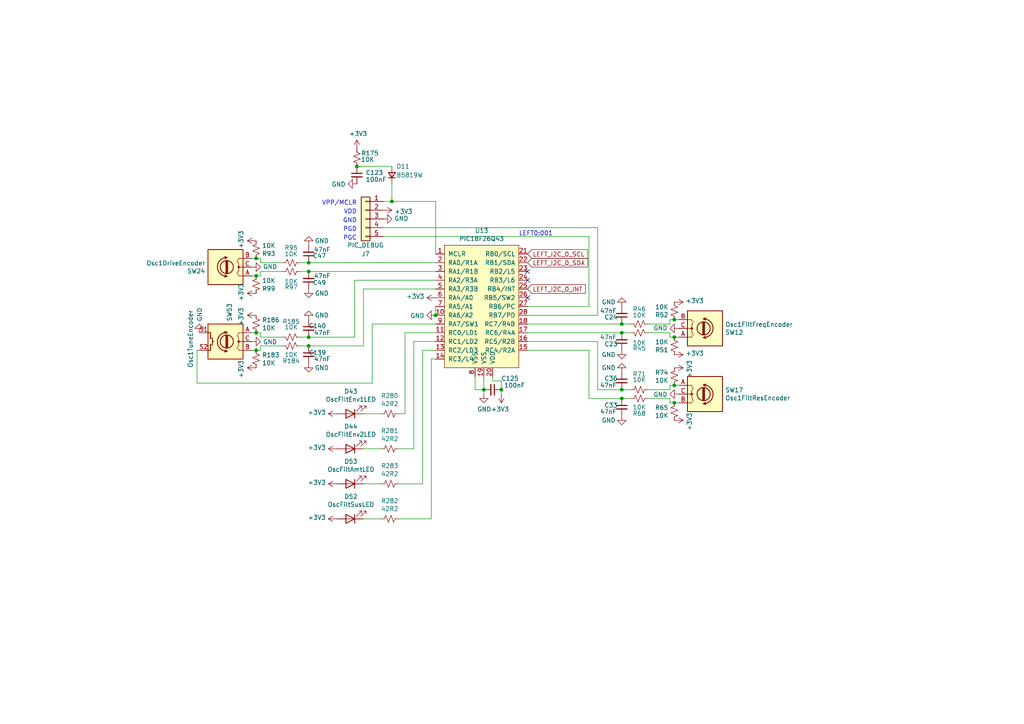
<source format=kicad_sch>
(kicad_sch (version 20210621) (generator eeschema)
  (paper "A4")
  (lib_symbols
    (symbol "Connector_Generic:Conn_01x05" (pin_names (offset 1.016) hide)
      (property "Reference" "J" (at 0 7.62 0))
      (property "Value" "Conn_01x05" (at 0 -7.62 0))
      (symbol "Conn_01x05_1_1"
        (rectangle (start -1.27 -4.953) (end 0 -5.207) (stroke (width 0.1524)))
        (rectangle (start -1.27 -2.413) (end 0 -2.667) (stroke (width 0.1524)))
        (rectangle (start -1.27 0.127) (end 0 -0.127) (stroke (width 0.1524)))
        (rectangle (start -1.27 2.667) (end 0 2.413) (stroke (width 0.1524)))
        (rectangle (start -1.27 5.207) (end 0 4.953) (stroke (width 0.1524)))
        (rectangle (start -1.27 6.35) (end 1.27 -6.35) (stroke (width 0.254)) (fill (type background)))
        (pin passive line (at -5.08 5.08 0) (length 3.81) (name "Pin_1") (number "1"))
        (pin passive line (at -5.08 2.54 0) (length 3.81) (name "Pin_2") (number "2"))
        (pin passive line (at -5.08 0 0) (length 3.81) (name "Pin_3") (number "3"))
        (pin passive line (at -5.08 -2.54 0) (length 3.81) (name "Pin_4") (number "4"))
        (pin passive line (at -5.08 -5.08 0) (length 3.81) (name "Pin_5") (number "5"))
      )
    )
    (symbol "Device:C_Small" (pin_numbers hide) (pin_names (offset 0.254) hide)
      (property "Reference" "C" (at 0.254 1.778 0))
      (property "Value" "C_Small" (at 0.254 -2.032 0))
      (symbol "C_Small_0_1"
        (polyline (pts (xy -1.524 -0.508) (xy 1.524 -0.508)) (stroke (width 0.3302)))
        (polyline (pts (xy -1.524 0.508) (xy 1.524 0.508)) (stroke (width 0.3048)))
      )
      (symbol "C_Small_1_1"
        (pin passive line (at 0 2.54 270) (length 2.032) (name "~") (number "1"))
        (pin passive line (at 0 -2.54 90) (length 2.032) (name "~") (number "2"))
      )
    )
    (symbol "Device:D_Small" (pin_numbers hide) (pin_names (offset 0.254) hide)
      (property "Reference" "D" (at -1.27 2.032 0))
      (property "Value" "D_Small" (at -3.81 -2.032 0))
      (symbol "D_Small_0_1"
        (polyline (pts (xy -0.762 -1.016) (xy -0.762 1.016)) (stroke (width 0.254)))
        (polyline (pts (xy -0.762 0) (xy 0.762 0)))
        (polyline (pts (xy 0.762 -1.016) (xy -0.762 0) (xy 0.762 1.016) (xy 0.762 -1.016)) (stroke (width 0.254)))
      )
      (symbol "D_Small_1_1"
        (pin passive line (at -2.54 0 0) (length 1.778) (name "K") (number "1"))
        (pin passive line (at 2.54 0 180) (length 1.778) (name "A") (number "2"))
      )
    )
    (symbol "Device:LED" (pin_numbers hide) (pin_names (offset 1.016) hide)
      (property "Reference" "D" (at 0 2.54 0))
      (property "Value" "LED" (at 0 -2.54 0))
      (symbol "LED_0_1"
        (polyline (pts (xy -1.27 -1.27) (xy -1.27 1.27)) (stroke (width 0.254)))
        (polyline (pts (xy -1.27 0) (xy 1.27 0)))
        (polyline (pts (xy 1.27 -1.27) (xy 1.27 1.27) (xy -1.27 0) (xy 1.27 -1.27)) (stroke (width 0.254)))
        (polyline (pts (xy -3.048 -0.762) (xy -4.572 -2.286) (xy -3.81 -2.286) (xy -4.572 -2.286) (xy -4.572 -1.524)))
        (polyline (pts (xy -1.778 -0.762) (xy -3.302 -2.286) (xy -2.54 -2.286) (xy -3.302 -2.286) (xy -3.302 -1.524)))
      )
      (symbol "LED_1_1"
        (pin passive line (at -3.81 0 0) (length 2.54) (name "K") (number "1"))
        (pin passive line (at 3.81 0 180) (length 2.54) (name "A") (number "2"))
      )
    )
    (symbol "Device:R_Small_US" (pin_numbers hide) (pin_names (offset 0.254) hide)
      (property "Reference" "R" (at 0.762 0.508 0))
      (property "Value" "R_Small_US" (at 0.762 -1.016 0))
      (symbol "R_Small_US_1_1"
        (polyline (pts (xy 0 0) (xy 1.016 -0.381) (xy 0 -0.762) (xy -1.016 -1.143) (xy 0 -1.524)))
        (polyline (pts (xy 0 1.524) (xy 1.016 1.143) (xy 0 0.762) (xy -1.016 0.381) (xy 0 0)))
        (pin passive line (at 0 2.54 270) (length 1.016) (name "~") (number "1"))
        (pin passive line (at 0 -2.54 90) (length 1.016) (name "~") (number "2"))
      )
    )
    (symbol "Device:RotaryEncoder" (pin_names (offset 0.254) hide)
      (property "Reference" "SW" (at 0 6.604 0))
      (property "Value" "RotaryEncoder" (at 0 -6.604 0))
      (symbol "RotaryEncoder_0_1"
        (arc (start -0.381 -2.794) (end -0.381 2.667) (radius (at -0.381 -0.0508) (length 2.7432) (angles -89.9 89.9)) (stroke (width 0.254)))
        (circle (center -0.381 0) (radius 1.905) (stroke (width 0.254)))
        (circle (center -3.81 0) (radius 0.254) (fill (type outline)))
        (rectangle (start -5.08 5.08) (end 5.08 -5.08) (stroke (width 0.254)) (fill (type background)))
        (polyline (pts (xy -0.635 -1.778) (xy -0.635 1.778)) (stroke (width 0.254)))
        (polyline (pts (xy -0.381 -1.778) (xy -0.381 1.778)) (stroke (width 0.254)))
        (polyline (pts (xy -0.127 1.778) (xy -0.127 -1.778)) (stroke (width 0.254)))
        (polyline (pts (xy -5.08 -2.54) (xy -3.81 -2.54) (xy -3.81 -2.032)))
        (polyline (pts (xy -5.08 2.54) (xy -3.81 2.54) (xy -3.81 2.032)))
        (polyline (pts (xy 0.254 -3.048) (xy -0.508 -2.794) (xy 0.127 -2.413)) (stroke (width 0.254)))
        (polyline (pts (xy 0.254 2.921) (xy -0.508 2.667) (xy 0.127 2.286)) (stroke (width 0.254)))
        (polyline (pts (xy -5.08 0) (xy -3.81 0) (xy -3.81 -1.016) (xy -3.302 -2.032)))
        (polyline (pts (xy -4.318 0) (xy -3.81 0) (xy -3.81 1.016) (xy -3.302 2.032)))
      )
      (symbol "RotaryEncoder_1_1"
        (pin passive line (at -7.62 2.54 0) (length 2.54) (name "A") (number "A"))
        (pin passive line (at -7.62 -2.54 0) (length 2.54) (name "B") (number "B"))
        (pin passive line (at -7.62 0 0) (length 2.54) (name "C") (number "C"))
      )
    )
    (symbol "Device:RotaryEncoder_Switch" (pin_names (offset 0.254) hide)
      (property "Reference" "SW" (at 0 6.604 0))
      (property "Value" "RotaryEncoder_Switch" (at 0 -6.604 0))
      (symbol "RotaryEncoder_Switch_0_1"
        (arc (start -0.381 -2.794) (end -0.381 2.667) (radius (at -0.381 -0.0508) (length 2.7432) (angles -89.9 89.9)) (stroke (width 0.254)))
        (circle (center -0.381 0) (radius 1.905) (stroke (width 0.254)))
        (circle (center 4.318 -1.016) (radius 0.127) (stroke (width 0.254)))
        (circle (center 4.318 1.016) (radius 0.127) (stroke (width 0.254)))
        (circle (center -3.81 0) (radius 0.254) (fill (type outline)))
        (rectangle (start -5.08 5.08) (end 5.08 -5.08) (stroke (width 0.254)) (fill (type background)))
        (polyline (pts (xy -0.635 -1.778) (xy -0.635 1.778)) (stroke (width 0.254)))
        (polyline (pts (xy -0.381 -1.778) (xy -0.381 1.778)) (stroke (width 0.254)))
        (polyline (pts (xy -0.127 1.778) (xy -0.127 -1.778)) (stroke (width 0.254)))
        (polyline (pts (xy 3.81 0) (xy 3.429 0)) (stroke (width 0.254)))
        (polyline (pts (xy 3.81 1.016) (xy 3.81 -1.016)) (stroke (width 0.254)))
        (polyline (pts (xy -5.08 -2.54) (xy -3.81 -2.54) (xy -3.81 -2.032)))
        (polyline (pts (xy -5.08 2.54) (xy -3.81 2.54) (xy -3.81 2.032)))
        (polyline (pts (xy 0.254 -3.048) (xy -0.508 -2.794) (xy 0.127 -2.413)) (stroke (width 0.254)))
        (polyline (pts (xy 0.254 2.921) (xy -0.508 2.667) (xy 0.127 2.286)) (stroke (width 0.254)))
        (polyline (pts (xy 5.08 -2.54) (xy 4.318 -2.54) (xy 4.318 -1.016)) (stroke (width 0.254)))
        (polyline (pts (xy 5.08 2.54) (xy 4.318 2.54) (xy 4.318 1.016)) (stroke (width 0.254)))
        (polyline (pts (xy -5.08 0) (xy -3.81 0) (xy -3.81 -1.016) (xy -3.302 -2.032)))
        (polyline (pts (xy -4.318 0) (xy -3.81 0) (xy -3.81 1.016) (xy -3.302 2.032)))
      )
      (symbol "RotaryEncoder_Switch_1_1"
        (pin passive line (at -7.62 2.54 0) (length 2.54) (name "A") (number "A"))
        (pin passive line (at -7.62 -2.54 0) (length 2.54) (name "B") (number "B"))
        (pin passive line (at -7.62 0 0) (length 2.54) (name "C") (number "C"))
        (pin passive line (at 7.62 2.54 180) (length 2.54) (name "S1") (number "S1"))
        (pin passive line (at 7.62 -2.54 180) (length 2.54) (name "S2") (number "S2"))
      )
    )
    (symbol "PIC18F26Q43:PIC18F26Q43" (pin_names (offset 1.016))
      (property "Reference" "U" (at -6.35 -1.27 0))
      (property "Value" "PIC18F26Q43" (at -6.35 -3.81 0))
      (symbol "PIC18F26Q43_0_1"
        (rectangle (start -17.78 -6.35) (end 3.81 -41.91) (fill (type background)))
      )
      (symbol "PIC18F26Q43_1_1"
        (pin input line (at -20.32 -8.89 0) (length 2.54) (name "MCLR") (number "1"))
        (pin input line (at -20.32 -26.67 0) (length 2.54) (name "RA6/A2") (number "10"))
        (pin output line (at -20.32 -31.75 0) (length 2.54) (name "RC0/LD1") (number "11"))
        (pin output line (at -20.32 -34.29 0) (length 2.54) (name "RC1/LD2") (number "12"))
        (pin output line (at -20.32 -36.83 0) (length 2.54) (name "RC2/LD3") (number "13"))
        (pin output line (at -20.32 -39.37 0) (length 2.54) (name "RC3/L4") (number "14"))
        (pin input line (at 6.35 -36.83 180) (length 2.54) (name "RC4/R2A") (number "15"))
        (pin input line (at 6.35 -34.29 180) (length 2.54) (name "RC5/R2B") (number "16"))
        (pin input line (at 6.35 -31.75 180) (length 2.54) (name "RC6/R4A") (number "17"))
        (pin input line (at 6.35 -29.21 180) (length 2.54) (name "RC7/R4B") (number "18"))
        (pin power_in line (at -6.35 -44.45 90) (length 2.54) (name "VSS") (number "19"))
        (pin input line (at -20.32 -11.43 0) (length 2.54) (name "RA0/R1A") (number "2"))
        (pin power_in line (at -3.81 -44.45 90) (length 2.54) (name "VDD") (number "20"))
        (pin input line (at 6.35 -8.89 180) (length 2.54) (name "RB0/SCL") (number "21"))
        (pin bidirectional line (at 6.35 -11.43 180) (length 2.54) (name "RB1/SDA") (number "22"))
        (pin output line (at 6.35 -13.97 180) (length 2.54) (name "RB2/L5") (number "23"))
        (pin output line (at 6.35 -16.51 180) (length 2.54) (name "RB3/L6") (number "24"))
        (pin bidirectional line (at 6.35 -19.05 180) (length 2.54) (name "RB4/INT") (number "25"))
        (pin output line (at 6.35 -21.59 180) (length 2.54) (name "RB5/SW2") (number "26"))
        (pin input line (at 6.35 -24.13 180) (length 2.54) (name "RB6/PC") (number "27"))
        (pin input line (at 6.35 -26.67 180) (length 2.54) (name "RB7/PD") (number "28"))
        (pin input line (at -20.32 -13.97 0) (length 2.54) (name "RA1/R1B") (number "3"))
        (pin input line (at -20.32 -16.51 0) (length 2.54) (name "RA2/R3A") (number "4"))
        (pin input line (at -20.32 -19.05 0) (length 2.54) (name "RA3/R3B") (number "5"))
        (pin input line (at -20.32 -21.59 0) (length 2.54) (name "RA4/A0") (number "6"))
        (pin input line (at -20.32 -24.13 0) (length 2.54) (name "RA5/A1") (number "7"))
        (pin power_in line (at -8.89 -44.45 90) (length 2.54) (name "VSS") (number "8"))
        (pin input line (at -20.32 -29.21 0) (length 2.54) (name "RA7/SW1") (number "9"))
      )
    )
    (symbol "power:+3.3V" (power) (pin_names (offset 0))
      (property "Value" "+3.3V" (at 0 3.556 0))
      (symbol "+3.3V_0_1"
        (polyline (pts (xy -0.762 1.27) (xy 0 2.54)))
        (polyline (pts (xy 0 0) (xy 0 2.54)))
        (polyline (pts (xy 0 2.54) (xy 0.762 1.27)))
      )
      (symbol "+3.3V_1_1"
        (pin power_in line (at 0 0 90) (length 0) hide (name "+3V3") (number "1"))
      )
    )
    (symbol "power:GND" (power) (pin_names (offset 0))
      (property "Value" "GND" (at 0 -3.81 0))
      (symbol "GND_0_1"
        (polyline (pts (xy 0 0) (xy 0 -1.27) (xy 1.27 -1.27) (xy 0 -2.54) (xy -1.27 -1.27) (xy 0 -1.27)))
      )
      (symbol "GND_1_1"
        (pin power_in line (at 0 0 270) (length 0) hide (name "GND") (number "1"))
      )
    )
  )
  (junction (at 74.295 74.93))
  (junction (at 74.295 80.01))
  (junction (at 74.295 96.52))
  (junction (at 74.295 101.6))
  (junction (at 89.535 76.2))
  (junction (at 89.535 78.74))
  (junction (at 89.535 97.79))
  (junction (at 89.535 100.33))
  (junction (at 103.505 48.26))
  (junction (at 113.665 58.42))
  (junction (at 126.365 91.44))
  (junction (at 140.335 113.03))
  (junction (at 145.415 113.03))
  (junction (at 180.34 93.98))
  (junction (at 180.34 96.52))
  (junction (at 180.34 113.03))
  (junction (at 180.34 115.57))
  (junction (at 195.58 92.71))
  (junction (at 195.58 97.79))
  (junction (at 195.58 111.76))
  (junction (at 195.58 116.84))
  (no_connect (at 153.035 78.74))
  (no_connect (at 153.035 81.28))
  (no_connect (at 153.035 86.36))
  (wire (pts (xy 57.15 101.6) (xy 57.15 111.125)))
  (wire (pts (xy 57.15 111.125) (xy 107.95 111.125)))
  (wire (pts (xy 57.785 101.6) (xy 57.15 101.6)))
  (wire (pts (xy 74.295 74.93) (xy 73.025 74.93)))
  (wire (pts (xy 74.295 80.01) (xy 73.025 80.01)))
  (wire (pts (xy 74.295 96.52) (xy 73.025 96.52)))
  (wire (pts (xy 74.295 101.6) (xy 73.025 101.6)))
  (wire (pts (xy 75.565 74.93) (xy 74.295 74.93)))
  (wire (pts (xy 75.565 76.2) (xy 75.565 74.93)))
  (wire (pts (xy 75.565 80.01) (xy 74.295 80.01)))
  (wire (pts (xy 75.565 80.01) (xy 75.565 78.74)))
  (wire (pts (xy 75.565 96.52) (xy 74.295 96.52)))
  (wire (pts (xy 75.565 96.52) (xy 75.565 97.79)))
  (wire (pts (xy 75.565 100.33) (xy 75.565 101.6)))
  (wire (pts (xy 75.565 101.6) (xy 74.295 101.6)))
  (wire (pts (xy 81.915 76.2) (xy 75.565 76.2)))
  (wire (pts (xy 81.915 78.74) (xy 75.565 78.74)))
  (wire (pts (xy 81.915 97.79) (xy 75.565 97.79)))
  (wire (pts (xy 81.915 100.33) (xy 75.565 100.33)))
  (wire (pts (xy 86.995 76.2) (xy 89.535 76.2)))
  (wire (pts (xy 86.995 78.74) (xy 89.535 78.74)))
  (wire (pts (xy 86.995 97.79) (xy 89.535 97.79)))
  (wire (pts (xy 86.995 100.33) (xy 89.535 100.33)))
  (wire (pts (xy 89.535 76.2) (xy 126.365 76.2)))
  (wire (pts (xy 89.535 78.74) (xy 126.365 78.74)))
  (wire (pts (xy 89.535 97.79) (xy 102.87 97.79)))
  (wire (pts (xy 89.535 100.33) (xy 105.41 100.33)))
  (wire (pts (xy 102.87 97.79) (xy 102.87 81.28)))
  (wire (pts (xy 103.505 48.26) (xy 113.665 48.26)))
  (wire (pts (xy 105.41 100.33) (xy 105.41 83.82)))
  (wire (pts (xy 105.41 120.015) (xy 110.49 120.015)))
  (wire (pts (xy 105.41 130.175) (xy 110.49 130.175)))
  (wire (pts (xy 105.41 140.335) (xy 110.49 140.335)))
  (wire (pts (xy 105.41 150.495) (xy 110.49 150.495)))
  (wire (pts (xy 107.95 93.98) (xy 126.365 93.98)))
  (wire (pts (xy 107.95 111.125) (xy 107.95 93.98)))
  (wire (pts (xy 111.125 58.42) (xy 113.665 58.42)))
  (wire (pts (xy 111.125 66.04) (xy 173.355 66.04)))
  (wire (pts (xy 113.665 58.42) (xy 113.665 53.34)))
  (wire (pts (xy 113.665 58.42) (xy 126.365 58.42)))
  (wire (pts (xy 115.57 120.015) (xy 117.475 120.015)))
  (wire (pts (xy 115.57 130.175) (xy 120.015 130.175)))
  (wire (pts (xy 115.57 140.335) (xy 122.555 140.335)))
  (wire (pts (xy 115.57 150.495) (xy 125.095 150.495)))
  (wire (pts (xy 117.475 96.52) (xy 126.365 96.52)))
  (wire (pts (xy 117.475 120.015) (xy 117.475 96.52)))
  (wire (pts (xy 120.015 99.06) (xy 126.365 99.06)))
  (wire (pts (xy 120.015 130.175) (xy 120.015 99.06)))
  (wire (pts (xy 122.555 140.335) (xy 122.555 101.6)))
  (wire (pts (xy 125.095 104.14) (xy 126.365 104.14)))
  (wire (pts (xy 125.095 150.495) (xy 125.095 104.14)))
  (wire (pts (xy 126.365 58.42) (xy 126.365 73.66)))
  (wire (pts (xy 126.365 81.28) (xy 102.87 81.28)))
  (wire (pts (xy 126.365 83.82) (xy 105.41 83.82)))
  (wire (pts (xy 126.365 91.44) (xy 126.365 88.9)))
  (wire (pts (xy 126.365 101.6) (xy 122.555 101.6)))
  (wire (pts (xy 137.795 109.22) (xy 137.795 113.03)))
  (wire (pts (xy 137.795 113.03) (xy 140.335 113.03)))
  (wire (pts (xy 140.335 109.22) (xy 140.335 113.03)))
  (wire (pts (xy 140.335 113.03) (xy 140.335 114.3)))
  (wire (pts (xy 142.875 109.22) (xy 142.875 110.49)))
  (wire (pts (xy 145.415 110.49) (xy 142.875 110.49)))
  (wire (pts (xy 145.415 110.49) (xy 145.415 113.03)))
  (wire (pts (xy 145.415 114.3) (xy 145.415 113.03)))
  (wire (pts (xy 153.035 88.9) (xy 170.815 88.9)))
  (wire (pts (xy 153.035 93.98) (xy 180.34 93.98)))
  (wire (pts (xy 153.035 96.52) (xy 180.34 96.52)))
  (wire (pts (xy 153.035 99.06) (xy 173.355 99.06)))
  (wire (pts (xy 170.815 68.58) (xy 111.125 68.58)))
  (wire (pts (xy 170.815 88.9) (xy 170.815 68.58)))
  (wire (pts (xy 170.815 101.6) (xy 153.035 101.6)))
  (wire (pts (xy 170.815 101.6) (xy 170.815 115.57)))
  (wire (pts (xy 170.815 115.57) (xy 180.34 115.57)))
  (wire (pts (xy 173.355 66.04) (xy 173.355 91.44)))
  (wire (pts (xy 173.355 91.44) (xy 153.035 91.44)))
  (wire (pts (xy 173.355 99.06) (xy 173.355 113.03)))
  (wire (pts (xy 173.355 113.03) (xy 180.34 113.03)))
  (wire (pts (xy 182.88 93.98) (xy 180.34 93.98)))
  (wire (pts (xy 182.88 96.52) (xy 180.34 96.52)))
  (wire (pts (xy 182.88 113.03) (xy 180.34 113.03)))
  (wire (pts (xy 182.88 115.57) (xy 180.34 115.57)))
  (wire (pts (xy 187.96 93.98) (xy 194.31 93.98)))
  (wire (pts (xy 187.96 96.52) (xy 194.31 96.52)))
  (wire (pts (xy 187.96 113.03) (xy 194.31 113.03)))
  (wire (pts (xy 187.96 115.57) (xy 194.31 115.57)))
  (wire (pts (xy 194.31 92.71) (xy 195.58 92.71)))
  (wire (pts (xy 194.31 93.98) (xy 194.31 92.71)))
  (wire (pts (xy 194.31 97.79) (xy 194.31 96.52)))
  (wire (pts (xy 194.31 97.79) (xy 195.58 97.79)))
  (wire (pts (xy 194.31 111.76) (xy 194.31 113.03)))
  (wire (pts (xy 194.31 111.76) (xy 195.58 111.76)))
  (wire (pts (xy 194.31 115.57) (xy 194.31 116.84)))
  (wire (pts (xy 194.31 116.84) (xy 195.58 116.84)))
  (wire (pts (xy 195.58 92.71) (xy 196.85 92.71)))
  (wire (pts (xy 195.58 97.79) (xy 196.85 97.79)))
  (wire (pts (xy 195.58 111.76) (xy 196.85 111.76)))
  (wire (pts (xy 195.58 116.84) (xy 196.85 116.84)))
  (text "VPP/MCLR" (at 103.505 59.69 180) (effects (font (size 1.27 1.27)) (justify right bottom)))
  (text "VDD" (at 103.505 62.23 180) (effects (font (size 1.27 1.27)) (justify right bottom)))
  (text "GND" (at 103.505 64.77 180) (effects (font (size 1.27 1.27)) (justify right bottom)))
  (text "PGD" (at 103.505 67.31 180) (effects (font (size 1.27 1.27)) (justify right bottom)))
  (text "PGC" (at 103.505 69.85 180) (effects (font (size 1.27 1.27)) (justify right bottom)))
  (text "LEFT0:001" (at 150.495 68.58 0) (effects (font (size 1.27 1.27)) (justify left bottom)))
  (global_label "LEFT_I2C_0_SCL" (shape input) (at 153.035 73.66 0) (property "Intersheet References" "${INTERSHEET_REFS}" (effects hide)))
  (global_label "LEFT_I2C_0_SDA" (shape input) (at 153.035 76.2 0) (property "Intersheet References" "${INTERSHEET_REFS}" (effects hide)))
  (global_label "LEFT_I2C_0_INT" (shape input) (at 153.035 83.82 0) (property "Intersheet References" "${INTERSHEET_REFS}" (effects hide)))
  (symbol (lib_id "power:+3.3V") (at 74.295 69.85 90) (unit 1)
    (property "Reference" "#PWR0127" (effects hide))
    (property "Value" "+3.3V" (at 69.9008 69.469 0))
  )
  (symbol (lib_id "power:+3.3V") (at 74.295 85.09 90) (unit 1)
    (property "Reference" "#PWR0129" (effects hide))
    (property "Value" "+3.3V" (at 69.9008 84.709 0))
  )
  (symbol (lib_id "power:+3.3V") (at 74.295 91.44 90) (mirror x) (unit 1)
    (property "Reference" "#PWR0114" (effects hide))
    (property "Value" "+3.3V" (at 69.9008 91.821 0))
  )
  (symbol (lib_id "power:+3.3V") (at 74.295 106.68 90) (mirror x) (unit 1)
    (property "Reference" "#PWR0113" (effects hide))
    (property "Value" "+3.3V" (at 69.9008 107.061 0))
  )
  (symbol (lib_id "power:+3.3V") (at 97.79 120.015 90) (unit 1)
    (property "Reference" "#PWR0640" (effects hide))
    (property "Value" "+3.3V" (at 94.5388 119.634 90) (effects (justify left)))
  )
  (symbol (lib_id "power:+3.3V") (at 97.79 130.175 90) (unit 1)
    (property "Reference" "#PWR0641" (effects hide))
    (property "Value" "+3.3V" (at 94.5388 129.794 90) (effects (justify left)))
  )
  (symbol (lib_id "power:+3.3V") (at 97.79 140.335 90) (unit 1)
    (property "Reference" "#PWR0643" (effects hide))
    (property "Value" "+3.3V" (at 94.5388 139.954 90) (effects (justify left)))
  )
  (symbol (lib_id "power:+3.3V") (at 97.79 150.495 90) (unit 1)
    (property "Reference" "#PWR0642" (effects hide))
    (property "Value" "+3.3V" (at 94.5388 150.114 90) (effects (justify left)))
  )
  (symbol (lib_id "power:+3.3V") (at 103.505 43.18 0) (unit 1)
    (property "Reference" "#PWR0111" (effects hide))
    (property "Value" "+3.3V" (at 103.886 38.7858 0))
  )
  (symbol (lib_id "power:+3.3V") (at 111.125 60.96 270) (unit 1)
    (property "Reference" "#PWR0160" (effects hide))
    (property "Value" "+3.3V" (at 114.3762 61.341 90) (effects (justify left)))
  )
  (symbol (lib_id "power:+3.3V") (at 126.365 86.36 90) (unit 1)
    (property "Reference" "#PWR0904" (effects hide))
    (property "Value" "+3.3V" (at 123.1138 85.979 90) (effects (justify left)))
  )
  (symbol (lib_id "power:+3.3V") (at 145.415 114.3 180) (unit 1)
    (property "Reference" "#PWR0112" (effects hide))
    (property "Value" "+3.3V" (at 145.034 118.6942 0))
  )
  (symbol (lib_id "power:+3.3V") (at 195.58 87.63 270) (mirror x) (unit 1)
    (property "Reference" "#PWR0115" (effects hide))
    (property "Value" "+3.3V" (at 198.8312 87.249 90) (effects (justify left)))
  )
  (symbol (lib_id "power:+3.3V") (at 195.58 102.87 270) (mirror x) (unit 1)
    (property "Reference" "#PWR0116" (effects hide))
    (property "Value" "+3.3V" (at 198.8312 102.489 90) (effects (justify left)))
  )
  (symbol (lib_id "power:+3.3V") (at 195.58 106.68 270) (unit 1)
    (property "Reference" "#PWR0126" (effects hide))
    (property "Value" "+3.3V" (at 199.9742 107.061 0))
  )
  (symbol (lib_id "power:+3.3V") (at 195.58 121.92 270) (unit 1)
    (property "Reference" "#PWR0120" (effects hide))
    (property "Value" "+3.3V" (at 199.9742 122.301 0))
  )
  (symbol (lib_id "power:GND") (at 57.785 96.52 0) (mirror x) (unit 1)
    (property "Reference" "#PWR0369" (effects hide))
    (property "Value" "GND" (at 57.912 93.2688 90) (effects (justify right)))
  )
  (symbol (lib_id "power:GND") (at 73.025 77.47 90) (unit 1)
    (property "Reference" "#PWR0164" (effects hide))
    (property "Value" "GND" (at 76.2762 77.343 90) (effects (justify right)))
  )
  (symbol (lib_id "power:GND") (at 73.025 99.06 90) (mirror x) (unit 1)
    (property "Reference" "#PWR0364" (effects hide))
    (property "Value" "GND" (at 76.2762 99.187 90) (effects (justify right)))
  )
  (symbol (lib_id "power:GND") (at 89.535 71.12 180) (unit 1)
    (property "Reference" "#PWR0162" (effects hide))
    (property "Value" "GND" (at 93.345 69.85 0))
  )
  (symbol (lib_id "power:GND") (at 89.535 83.82 0) (unit 1)
    (property "Reference" "#PWR0166" (effects hide))
    (property "Value" "GND" (at 93.345 85.09 0))
  )
  (symbol (lib_id "power:GND") (at 89.535 92.71 0) (mirror x) (unit 1)
    (property "Reference" "#PWR0368" (effects hide))
    (property "Value" "GND" (at 93.345 91.44 0))
  )
  (symbol (lib_id "power:GND") (at 89.535 105.41 0) (mirror y) (unit 1)
    (property "Reference" "#PWR0367" (effects hide))
    (property "Value" "GND" (at 93.345 106.68 0))
  )
  (symbol (lib_id "power:GND") (at 103.505 53.34 270) (unit 1)
    (property "Reference" "#PWR0261" (effects hide))
    (property "Value" "GND" (at 100.2538 53.467 90) (effects (justify right)))
  )
  (symbol (lib_id "power:GND") (at 111.125 63.5 90) (unit 1)
    (property "Reference" "#PWR0259" (effects hide))
    (property "Value" "GND" (at 114.3762 63.373 90) (effects (justify right)))
  )
  (symbol (lib_id "power:GND") (at 126.365 91.44 270) (unit 1)
    (property "Reference" "#PWR0905" (effects hide))
    (property "Value" "GND" (at 123.1138 91.567 90) (effects (justify right)))
  )
  (symbol (lib_id "power:GND") (at 140.335 114.3 0) (unit 1)
    (property "Reference" "#PWR0271" (effects hide))
    (property "Value" "GND" (at 140.462 118.6942 0))
  )
  (symbol (lib_id "power:GND") (at 180.34 88.9 0) (mirror x) (unit 1)
    (property "Reference" "#PWR0106" (effects hide))
    (property "Value" "GND" (at 176.53 87.63 0))
  )
  (symbol (lib_id "power:GND") (at 180.34 101.6 0) (mirror y) (unit 1)
    (property "Reference" "#PWR0105" (effects hide))
    (property "Value" "GND" (at 176.53 102.87 0))
  )
  (symbol (lib_id "power:GND") (at 180.34 107.95 180) (unit 1)
    (property "Reference" "#PWR0137" (effects hide))
    (property "Value" "GND" (at 176.53 106.68 0))
  )
  (symbol (lib_id "power:GND") (at 180.34 120.65 0) (unit 1)
    (property "Reference" "#PWR0130" (effects hide))
    (property "Value" "GND" (at 176.53 121.92 0))
  )
  (symbol (lib_id "power:GND") (at 196.85 95.25 270) (mirror x) (unit 1)
    (property "Reference" "#PWR0117" (effects hide))
    (property "Value" "GND" (at 193.5988 95.123 90) (effects (justify right)))
  )
  (symbol (lib_id "power:GND") (at 196.85 114.3 270) (unit 1)
    (property "Reference" "#PWR0134" (effects hide))
    (property "Value" "GND" (at 193.5988 114.427 90) (effects (justify right)))
  )
  (symbol (lib_id "Device:R_Small_US") (at 74.295 72.39 0) (mirror y) (unit 1)
    (property "Reference" "R93" (at 75.9968 73.5584 0) (effects (justify right)))
    (property "Value" "10K" (at 75.9968 71.247 0) (effects (justify right)))
    (property "Footprint" "Resistor_SMD:R_0402_1005Metric" (effects hide))
    (property "LCSC" "C25744" (effects hide))
  )
  (symbol (lib_id "Device:R_Small_US") (at 74.295 82.55 0) (mirror y) (unit 1)
    (property "Reference" "R99" (at 75.9968 83.7184 0) (effects (justify right)))
    (property "Value" "10K" (at 75.9968 81.407 0) (effects (justify right)))
    (property "Footprint" "Resistor_SMD:R_0402_1005Metric" (effects hide))
    (property "LCSC" "C25744" (effects hide))
  )
  (symbol (lib_id "Device:R_Small_US") (at 74.295 93.98 180) (unit 1)
    (property "Reference" "R186" (at 75.9968 92.8116 0) (effects (justify right)))
    (property "Value" "10K" (at 75.9968 95.123 0) (effects (justify right)))
    (property "Footprint" "Resistor_SMD:R_0402_1005Metric" (effects hide))
    (property "LCSC" "C25744" (effects hide))
  )
  (symbol (lib_id "Device:R_Small_US") (at 74.295 104.14 180) (unit 1)
    (property "Reference" "R183" (at 75.9968 102.9716 0) (effects (justify right)))
    (property "Value" "10K" (at 75.9968 105.283 0) (effects (justify right)))
    (property "Footprint" "Resistor_SMD:R_0402_1005Metric" (effects hide))
    (property "LCSC" "C25744" (effects hide))
  )
  (symbol (lib_id "Device:R_Small_US") (at 84.455 76.2 270) (unit 1)
    (property "Reference" "R95" (at 84.455 71.12 90) (effects (justify top)))
    (property "Value" "10K" (at 84.455 73.66 90))
    (property "Footprint" "Resistor_SMD:R_0402_1005Metric" (effects hide))
    (property "LCSC" "C25744" (effects hide))
  )
  (symbol (lib_id "Device:R_Small_US") (at 84.455 78.74 90) (unit 1)
    (property "Reference" "R97" (at 84.455 82.55 90) (effects (justify bottom)))
    (property "Value" "10K" (at 84.455 81.6356 90))
    (property "Footprint" "Resistor_SMD:R_0402_1005Metric" (effects hide))
    (property "LCSC" "C25744" (effects hide))
  )
  (symbol (lib_id "Device:R_Small_US") (at 84.455 97.79 90) (mirror x) (unit 1)
    (property "Reference" "R185" (at 84.455 93.98 90) (effects (justify bottom)))
    (property "Value" "10K" (at 84.455 94.8944 90))
    (property "Footprint" "Resistor_SMD:R_0402_1005Metric" (effects hide))
    (property "LCSC" "C25744" (effects hide))
  )
  (symbol (lib_id "Device:R_Small_US") (at 84.455 100.33 270) (mirror x) (unit 1)
    (property "Reference" "R184" (at 84.455 105.41 90) (effects (justify top)))
    (property "Value" "10K" (at 84.455 102.87 90))
    (property "Footprint" "Resistor_SMD:R_0402_1005Metric" (effects hide))
    (property "LCSC" "C25744" (effects hide))
  )
  (symbol (lib_id "Device:R_Small_US") (at 103.505 45.72 180) (unit 1)
    (property "Reference" "R175" (at 109.855 44.45 0) (effects (justify left)))
    (property "Value" "10K" (at 108.585 46.99 0) (effects (justify left top)))
    (property "Footprint" "Resistor_SMD:R_0603_1608Metric" (effects hide))
    (property "LCSC" "C25804" (effects hide))
  )
  (symbol (lib_id "Device:R_Small_US") (at 113.03 120.015 270) (unit 1)
    (property "Reference" "R280" (at 113.03 114.808 90))
    (property "Value" "42R2" (at 113.03 117.1194 90))
    (property "Footprint" "Resistor_SMD:R_0603_1608Metric" (effects hide))
    (property "LCSC" "C23182" (effects hide))
  )
  (symbol (lib_id "Device:R_Small_US") (at 113.03 130.175 270) (unit 1)
    (property "Reference" "R281" (at 113.03 124.968 90))
    (property "Value" "42R2" (at 113.03 127.2794 90))
    (property "Footprint" "Resistor_SMD:R_0603_1608Metric" (effects hide))
    (property "LCSC" "C23182" (effects hide))
  )
  (symbol (lib_id "Device:R_Small_US") (at 113.03 140.335 270) (unit 1)
    (property "Reference" "R283" (at 113.03 135.128 90))
    (property "Value" "42R2" (at 113.03 137.4394 90))
    (property "Footprint" "Resistor_SMD:R_0603_1608Metric" (effects hide))
    (property "LCSC" "C23182" (effects hide))
  )
  (symbol (lib_id "Device:R_Small_US") (at 113.03 150.495 270) (unit 1)
    (property "Reference" "R282" (at 113.03 145.288 90))
    (property "Value" "42R2" (at 113.03 147.5994 90))
    (property "Footprint" "Resistor_SMD:R_0603_1608Metric" (effects hide))
    (property "LCSC" "C23182" (effects hide))
  )
  (symbol (lib_id "Device:R_Small_US") (at 185.42 93.98 90) (mirror x) (unit 1)
    (property "Reference" "R46" (at 185.42 88.9 90) (effects (justify top)))
    (property "Value" "10K" (at 185.42 91.44 90))
    (property "Footprint" "Resistor_SMD:R_0402_1005Metric" (effects hide))
    (property "LCSC" "C25744" (effects hide))
  )
  (symbol (lib_id "Device:R_Small_US") (at 185.42 96.52 270) (mirror x) (unit 1)
    (property "Reference" "R45" (at 185.42 100.33 90) (effects (justify bottom)))
    (property "Value" "10K" (at 185.42 99.4156 90))
    (property "Footprint" "Resistor_SMD:R_0402_1005Metric" (effects hide))
    (property "LCSC" "C25744" (effects hide))
  )
  (symbol (lib_id "Device:R_Small_US") (at 185.42 113.03 270) (unit 1)
    (property "Reference" "R71" (at 185.42 109.22 90) (effects (justify bottom)))
    (property "Value" "10K" (at 185.42 110.1344 90))
    (property "Footprint" "Resistor_SMD:R_0402_1005Metric" (effects hide))
    (property "LCSC" "C25744" (effects hide))
  )
  (symbol (lib_id "Device:R_Small_US") (at 185.42 115.57 90) (unit 1)
    (property "Reference" "R68" (at 185.42 120.65 90) (effects (justify top)))
    (property "Value" "10K" (at 185.42 118.11 90))
    (property "Footprint" "Resistor_SMD:R_0402_1005Metric" (effects hide))
    (property "LCSC" "C25744" (effects hide))
  )
  (symbol (lib_id "Device:R_Small_US") (at 195.58 90.17 0) (unit 1)
    (property "Reference" "R52" (at 193.8782 91.3384 0) (effects (justify right)))
    (property "Value" "10K" (at 193.8782 89.027 0) (effects (justify right)))
    (property "Footprint" "Resistor_SMD:R_0402_1005Metric" (effects hide))
    (property "LCSC" "C25744" (effects hide))
  )
  (symbol (lib_id "Device:R_Small_US") (at 195.58 100.33 0) (unit 1)
    (property "Reference" "R51" (at 193.8782 101.4984 0) (effects (justify right)))
    (property "Value" "10K" (at 193.8782 99.187 0) (effects (justify right)))
    (property "Footprint" "Resistor_SMD:R_0402_1005Metric" (effects hide))
    (property "LCSC" "C25744" (effects hide))
  )
  (symbol (lib_id "Device:R_Small_US") (at 195.58 109.22 0) (mirror x) (unit 1)
    (property "Reference" "R74" (at 193.8782 108.0516 0) (effects (justify right)))
    (property "Value" "10K" (at 193.8782 110.363 0) (effects (justify right)))
    (property "Footprint" "Resistor_SMD:R_0402_1005Metric" (effects hide))
    (property "LCSC" "C25744" (effects hide))
  )
  (symbol (lib_id "Device:R_Small_US") (at 195.58 119.38 0) (mirror x) (unit 1)
    (property "Reference" "R65" (at 193.8782 118.2116 0) (effects (justify right)))
    (property "Value" "10K" (at 193.8782 120.523 0) (effects (justify right)))
    (property "Footprint" "Resistor_SMD:R_0402_1005Metric" (effects hide))
    (property "LCSC" "C25744" (effects hide))
  )
  (symbol (lib_id "Device:D_Small") (at 113.665 50.8 90) (unit 1)
    (property "Reference" "D11" (at 114.935 48.26 90) (effects (justify right)))
    (property "Value" "B5819W" (at 114.935 50.8 90) (effects (justify right)))
    (property "Footprint" "Diode_SMD:D_SOD-123" (effects hide))
    (property "LCSC" "C8598" (effects hide))
  )
  (symbol (lib_id "Device:C_Small") (at 89.535 73.66 0) (mirror x) (unit 1)
    (property "Reference" "C47" (at 94.615 74.93 0) (effects (justify right top)))
    (property "Value" "47nF" (at 95.885 72.39 0) (effects (justify right)))
    (property "Footprint" "Capacitor_SMD:C_0603_1608Metric" (effects hide))
    (property "LCSC" "C1622" (effects hide))
  )
  (symbol (lib_id "Device:C_Small") (at 89.535 81.28 0) (mirror x) (unit 1)
    (property "Reference" "C49" (at 94.615 81.28 0) (effects (justify right bottom)))
    (property "Value" "47nF" (at 95.885 80.01 0) (effects (justify right)))
    (property "Footprint" "Capacitor_SMD:C_0603_1608Metric" (effects hide))
    (property "LCSC" "C1622" (effects hide))
  )
  (symbol (lib_id "Device:C_Small") (at 89.535 95.25 0) (unit 1)
    (property "Reference" "C140" (at 94.615 95.25 0) (effects (justify right bottom)))
    (property "Value" "47nF" (at 95.885 96.52 0) (effects (justify right)))
    (property "Footprint" "Capacitor_SMD:C_0603_1608Metric" (effects hide))
    (property "LCSC" "C1622" (effects hide))
  )
  (symbol (lib_id "Device:C_Small") (at 89.535 102.87 0) (unit 1)
    (property "Reference" "C139" (at 94.615 101.6 0) (effects (justify right top)))
    (property "Value" "47nF" (at 95.885 104.14 0) (effects (justify right)))
    (property "Footprint" "Capacitor_SMD:C_0603_1608Metric" (effects hide))
    (property "LCSC" "C1622" (effects hide))
  )
  (symbol (lib_id "Device:C_Small") (at 103.505 50.8 0) (unit 1)
    (property "Reference" "C123" (at 106.045 50.8 0) (effects (justify left bottom)))
    (property "Value" "100nF" (at 106.045 52.07 0) (effects (justify left)))
    (property "Footprint" "Capacitor_SMD:C_0402_1005Metric" (effects hide))
    (property "LCSC" "C1525" (effects hide))
  )
  (symbol (lib_id "Device:C_Small") (at 142.875 113.03 270) (unit 1)
    (property "Reference" "C125" (at 147.955 110.49 90) (effects (justify bottom)))
    (property "Value" "100nF" (at 149.225 111.76 90))
    (property "Footprint" "Capacitor_SMD:C_0402_1005Metric" (effects hide))
    (property "LCSC" "C1525" (effects hide))
  )
  (symbol (lib_id "Device:C_Small") (at 180.34 91.44 180) (unit 1)
    (property "Reference" "C24" (at 175.26 92.71 0) (effects (justify right top)))
    (property "Value" "47nF" (at 173.99 90.17 0) (effects (justify right)))
    (property "Footprint" "Capacitor_SMD:C_0603_1608Metric" (effects hide))
    (property "LCSC" "C1622" (effects hide))
  )
  (symbol (lib_id "Device:C_Small") (at 180.34 99.06 180) (unit 1)
    (property "Reference" "C23" (at 175.26 99.06 0) (effects (justify right bottom)))
    (property "Value" "47nF" (at 173.99 97.79 0) (effects (justify right)))
    (property "Footprint" "Capacitor_SMD:C_0603_1608Metric" (effects hide))
    (property "LCSC" "C1622" (effects hide))
  )
  (symbol (lib_id "Device:C_Small") (at 180.34 110.49 0) (mirror y) (unit 1)
    (property "Reference" "C36" (at 175.26 110.49 0) (effects (justify right bottom)))
    (property "Value" "47nF" (at 173.99 111.76 0) (effects (justify right)))
    (property "Footprint" "Capacitor_SMD:C_0603_1608Metric" (effects hide))
    (property "LCSC" "C1622" (effects hide))
  )
  (symbol (lib_id "Device:C_Small") (at 180.34 118.11 0) (mirror y) (unit 1)
    (property "Reference" "C33" (at 175.26 116.84 0) (effects (justify right top)))
    (property "Value" "47nF" (at 173.99 119.38 0) (effects (justify right)))
    (property "Footprint" "Capacitor_SMD:C_0603_1608Metric" (effects hide))
    (property "LCSC" "C1622" (effects hide))
  )
  (symbol (lib_id "Device:LED") (at 101.6 120.015 180) (unit 1)
    (property "Reference" "D43" (at 101.7778 113.538 0))
    (property "Value" "OscFiltEnv1LED" (at 101.7778 115.8494 0))
    (property "Footprint" "LED_SMD:LED_0603_1608Metric" (effects hide))
    (property "LCSC" "C2286" (effects hide))
  )
  (symbol (lib_id "Device:LED") (at 101.6 130.175 180) (unit 1)
    (property "Reference" "D44" (at 101.7778 123.698 0))
    (property "Value" "OscFiltEnv2LED" (at 101.7778 126.0094 0))
    (property "Footprint" "LED_SMD:LED_0603_1608Metric" (effects hide))
    (property "LCSC" "C2286" (effects hide))
  )
  (symbol (lib_id "Device:LED") (at 101.6 140.335 180) (unit 1)
    (property "Reference" "D53" (at 101.7778 133.858 0))
    (property "Value" "OscFiltAmtLED" (at 101.7778 136.1694 0))
    (property "Footprint" "LED_SMD:LED_0603_1608Metric" (effects hide))
    (property "LCSC" "C2286" (effects hide))
  )
  (symbol (lib_id "Device:LED") (at 101.6 150.495 180) (unit 1)
    (property "Reference" "D52" (at 101.7778 144.018 0))
    (property "Value" "OscFiltSusLED" (at 101.7778 146.3294 0))
    (property "Footprint" "LED_SMD:LED_0603_1608Metric" (effects hide))
    (property "LCSC" "C2286" (effects hide))
  )
  (symbol (lib_id "Connector_Generic:Conn_01x05") (at 106.045 63.5 0) (mirror y) (unit 1)
    (property "Reference" "J7" (at 106.045 73.66 0))
    (property "Value" "PIC_DEBUG" (at 106.045 71.12 0))
    (property "Footprint" "Connector_PinHeader_1.27mm:PinHeader_1x05_P1.27mm_Vertical" (effects hide))
  )
  (symbol (lib_id "Device:RotaryEncoder") (at 65.405 77.47 180) (unit 1)
    (property "Reference" "SW24" (at 59.563 78.6384 0) (effects (justify left)))
    (property "Value" "Osc1DriveEncoder" (at 59.563 76.327 0) (effects (justify left)))
    (property "Footprint" "PEC11R:PEC11R-4x15F-N0024" (effects hide))
  )
  (symbol (lib_id "Device:RotaryEncoder") (at 204.47 95.25 0) (mirror x) (unit 1)
    (property "Reference" "SW12" (at 210.312 96.4184 0) (effects (justify left)))
    (property "Value" "Osc1FiltFreqEncoder" (at 210.312 94.107 0) (effects (justify left)))
    (property "Footprint" "PEC11R:PEC11R-4x15F-N0024" (effects hide))
  )
  (symbol (lib_id "Device:RotaryEncoder") (at 204.47 114.3 0) (unit 1)
    (property "Reference" "SW17" (at 210.312 113.1316 0) (effects (justify left)))
    (property "Value" "Osc1FiltResEncoder" (at 210.312 115.443 0) (effects (justify left)))
    (property "Footprint" "PEC11R:PEC11R-4x15F-N0024" (effects hide))
  )
  (symbol (lib_id "Device:RotaryEncoder_Switch") (at 65.405 99.06 0) (mirror y) (unit 1)
    (property "Reference" "SW53" (at 66.5734 93.218 90) (effects (justify left)))
    (property "Value" "Osc1TuneEncoder" (at 55.245 106.68 90) (effects (justify left)))
    (property "Footprint" "PEC11R:PEC11R-4x15F-S0024" (effects hide))
  )
  (symbol (lib_id "PIC18F26Q43:PIC18F26Q43") (at 146.685 64.77 0) (unit 1)
    (property "Reference" "U13" (at 139.7 66.929 0))
    (property "Value" "PIC18F26Q43" (at 139.7 69.2404 0))
    (property "Footprint" "Package_SO:SSOP-28_5.3x10.2mm_P0.65mm" (effects hide))
  )
)
</source>
